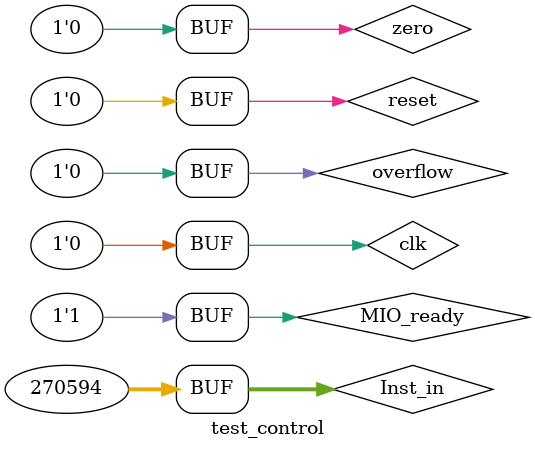
<source format=v>
`timescale 1ns / 1ps


module test_control;

	// Inputs
	reg clk;
	reg reset;
	reg [31:0] Inst_in;
	reg zero;
	reg overflow;
	reg MIO_ready;

	// Outputs
	wire MemRead;
	wire MemWrite;
	wire [3:0] ALU_operation;
	wire [4:0] state_out;
	wire CPU_MIO;
	wire IorD;
	wire IRWrite;
	wire [1:0] RegDst;
	wire RegWrite;
	wire [1:0] MemtoReg;
	wire [1:0] ALUSrcA;
	wire [1:0] ALUSrcB;
	wire [2:0] PCSource;
	wire PCWrite;
	wire PCWriteCond;
	wire Branch;
	wire [1:0] Dout_ctrl;
	wire [1:0] Din_ctrl;
	wire cp0_wt;

	// Instantiate the Unit Under Test (UUT)
	ctrl uut (
		.clk(clk), 
		.reset(reset), 
		.Inst_in(Inst_in), 
		.zero(zero), 
		.overflow(overflow), 
		.MIO_ready(MIO_ready), 
		.MemRead(MemRead), 
		.MemWrite(MemWrite), 
		.ALU_operation(ALU_operation), 
		.state_out(state_out), 
		.CPU_MIO(CPU_MIO), 
		.IorD(IorD), 
		.IRWrite(IRWrite), 
		.RegDst(RegDst), 
		.RegWrite(RegWrite), 
		.MemtoReg(MemtoReg), 
		.ALUSrcA(ALUSrcA), 
		.ALUSrcB(ALUSrcB), 
		.PCSource(PCSource), 
		.PCWrite(PCWrite), 
		.PCWriteCond(PCWriteCond), 
		.Branch(Branch),
		.Dout_ctrl(Dout_ctrl),
		.Din_ctrl(Din_ctrl),
		.cp0_wt(cp0_wt)
	);

	initial begin
		// Initialize Inputs
		clk = 0;
		reset = 0;
		//
		//Inst_in = 32'h00632020;
		Inst_in = 32'h42000018;
		zero = 0;
		overflow = 0;
		MIO_ready = 1;

		// Wait 100 ns for global reset to finish
		#50;
		clk = 1;
		#50;
		clk = 0;
		#50;
		clk = 1;
		#50;
		clk = 0;
		#50;
		clk = 1;
		#50;
		clk = 0;
		#50;
		clk = 1;
		#50;
		clk = 0;
		#50;
		clk = 1;
		#50;
		clk = 0;
		#50;
		clk = 1;
		#50;
		clk = 0;
		Inst_in = 32'h00042102;
				#50;
		clk = 1;
		#50;
		clk = 0;
		#50;
		clk = 1;
		#50;
		clk = 0;
		#50;
		clk = 1;
		#50;
		clk = 0;
				#50;
		clk = 1;
		#50;
		clk = 0;
		#50;
		clk = 1;
		#50;
		clk = 0;
		#50;
		clk = 1;
		#50;
		clk = 0;
        
		// Add stimulus here

	end
      
endmodule


</source>
